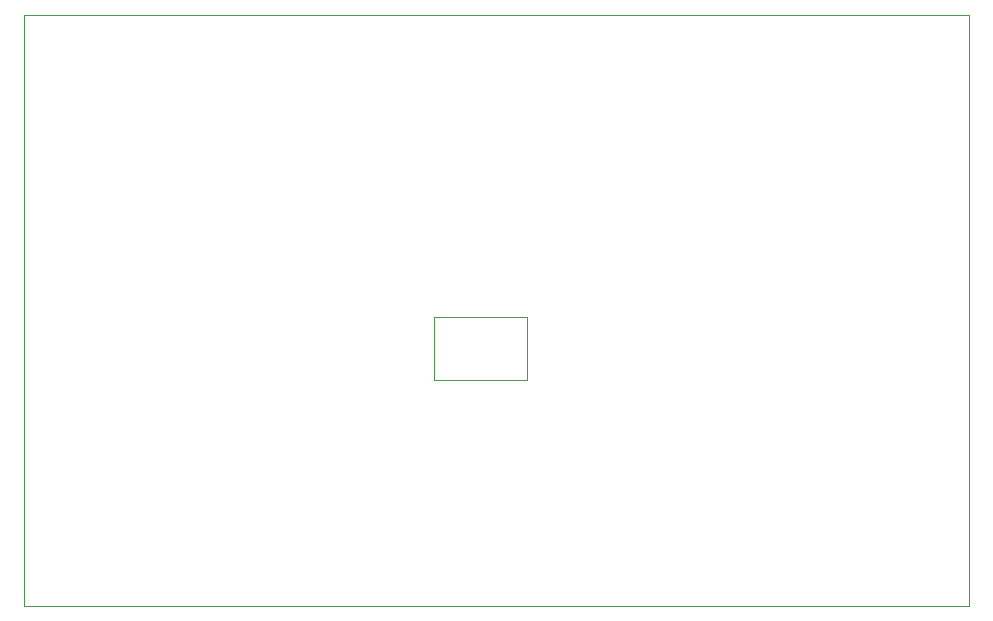
<source format=gbr>
%TF.GenerationSoftware,KiCad,Pcbnew,8.99.0-unknown-1.20240323gita6e2746.fc38*%
%TF.CreationDate,2024-04-05T19:16:21-03:00*%
%TF.ProjectId,Wideband_v3,57696465-6261-46e6-945f-76332e6b6963,rev?*%
%TF.SameCoordinates,Original*%
%TF.FileFunction,Profile,NP*%
%FSLAX46Y46*%
G04 Gerber Fmt 4.6, Leading zero omitted, Abs format (unit mm)*
G04 Created by KiCad (PCBNEW 8.99.0-unknown-1.20240323gita6e2746.fc38) date 2024-04-05 19:16:21*
%MOMM*%
%LPD*%
G01*
G04 APERTURE LIST*
%TA.AperFunction,Profile*%
%ADD10C,0.100000*%
%TD*%
%TA.AperFunction,Profile*%
%ADD11C,0.120000*%
%TD*%
G04 APERTURE END LIST*
D10*
X77622400Y-65125600D02*
X157622400Y-65125600D01*
X157622400Y-115125600D01*
X77622400Y-115125600D01*
X77622400Y-65125600D01*
D11*
%TO.C,U3*%
X120192800Y-96062800D02*
X112318800Y-96062800D01*
X112318800Y-90728800D01*
X120192800Y-90728800D01*
X120192800Y-96062800D01*
%TD*%
M02*

</source>
